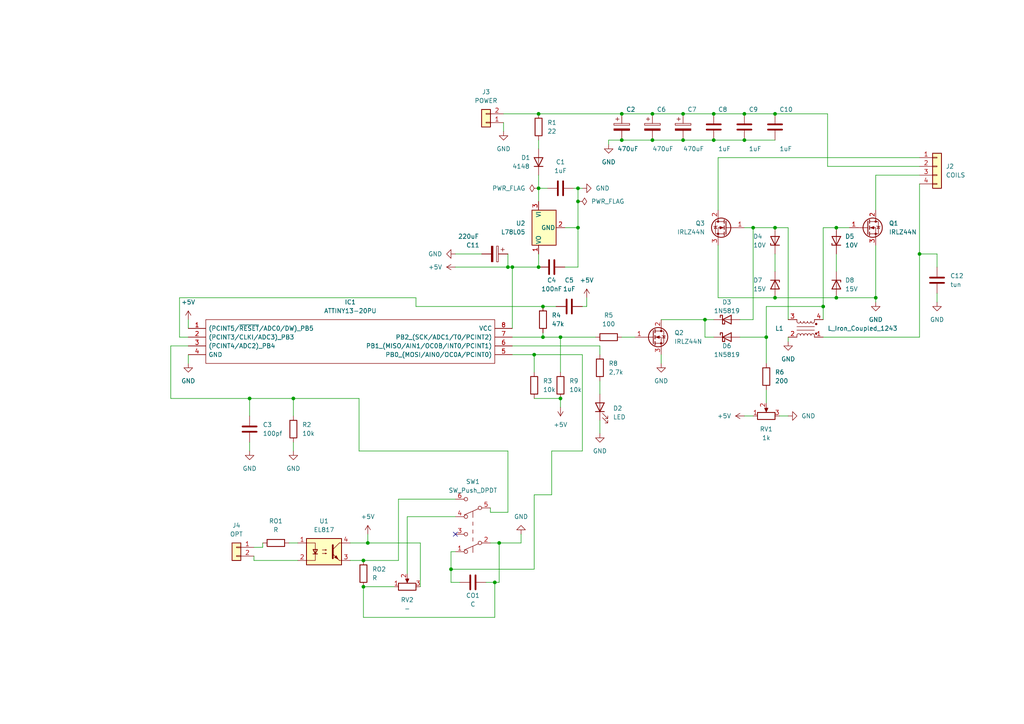
<source format=kicad_sch>
(kicad_sch (version 20211123) (generator eeschema)
  (paper "A4")
  (lib_symbols
    (symbol "ATTINY13-20PU:ATTINY13-20PU" (pin_names (offset 0.762))
      (property "Reference" "IC" (at 90.17 7.62 0))
      (property "Value" "ATTINY13-20PU" (at 90.17 5.08 0))
      (symbol "ATTINY13-20PU_0_0"
        (pin passive line (at 0 0 0) (length 5.08) (name "(PCINT5/~{RESET}/ADC0/DW)_PB5") (number "1"))
        (pin passive line (at 0 -2.54 0) (length 5.08) (name "(PCINT3/CLKI/ADC3)_PB3") (number "2"))
        (pin passive line (at 0 -5.08 0) (length 5.08) (name "(PCINT4/ADC2)_PB4") (number "3"))
        (pin passive line (at 0 -7.62 0) (length 5.08) (name "GND") (number "4"))
        (pin passive line (at 93.98 -7.62 180) (length 5.08) (name "PB0_(MOSI/AIN0/OC0A/PCINT0)") (number "5"))
        (pin passive line (at 93.98 -5.08 180) (length 5.08) (name "PB1_(MISO/AIN1/OC0B/INT0/PCINT1)") (number "6"))
        (pin passive line (at 93.98 -2.54 180) (length 5.08) (name "PB2_(SCK/ADC1/T0/PCINT2)") (number "7"))
        (pin passive line (at 93.98 0 180) (length 5.08) (name "VCC") (number "8"))
      )
      (symbol "ATTINY13-20PU_0_1"
        (polyline (pts (xy 5.08 2.54) (xy 88.9 2.54) (xy 88.9 -10.16) (xy 5.08 -10.16) (xy 5.08 2.54)) (stroke (width 0.1524)))
      )
    )
    (symbol "Connector_Generic:Conn_01x02" (pin_names (offset 1.016) hide)
      (property "Reference" "J" (at 0 2.54 0))
      (property "Value" "Conn_01x02" (at 0 -5.08 0))
      (symbol "Conn_01x02_1_1"
        (rectangle (start -1.27 -2.413) (end 0 -2.667) (stroke (width 0.1524)))
        (rectangle (start -1.27 0.127) (end 0 -0.127) (stroke (width 0.1524)))
        (rectangle (start -1.27 1.27) (end 1.27 -3.81) (stroke (width 0.254)) (fill (type background)))
        (pin passive line (at -5.08 0 0) (length 3.81) (name "Pin_1") (number "1"))
        (pin passive line (at -5.08 -2.54 0) (length 3.81) (name "Pin_2") (number "2"))
      )
    )
    (symbol "Connector_Generic:Conn_01x04" (pin_names (offset 1.016) hide)
      (property "Reference" "J" (at 0 5.08 0))
      (property "Value" "Conn_01x04" (at 0 -7.62 0))
      (symbol "Conn_01x04_1_1"
        (rectangle (start -1.27 -4.953) (end 0 -5.207) (stroke (width 0.1524)))
        (rectangle (start -1.27 -2.413) (end 0 -2.667) (stroke (width 0.1524)))
        (rectangle (start -1.27 0.127) (end 0 -0.127) (stroke (width 0.1524)))
        (rectangle (start -1.27 2.667) (end 0 2.413) (stroke (width 0.1524)))
        (rectangle (start -1.27 3.81) (end 1.27 -6.35) (stroke (width 0.254)) (fill (type background)))
        (pin passive line (at -5.08 2.54 0) (length 3.81) (name "Pin_1") (number "1"))
        (pin passive line (at -5.08 0 0) (length 3.81) (name "Pin_2") (number "2"))
        (pin passive line (at -5.08 -2.54 0) (length 3.81) (name "Pin_3") (number "3"))
        (pin passive line (at -5.08 -5.08 0) (length 3.81) (name "Pin_4") (number "4"))
      )
    )
    (symbol "Device:C" (pin_numbers hide) (pin_names (offset 0.254))
      (property "Reference" "C" (at 0.635 2.54 0))
      (property "Value" "C" (at 0.635 -2.54 0))
      (symbol "C_0_1"
        (polyline (pts (xy -2.032 -0.762) (xy 2.032 -0.762)) (stroke (width 0.508)))
        (polyline (pts (xy -2.032 0.762) (xy 2.032 0.762)) (stroke (width 0.508)))
      )
      (symbol "C_1_1"
        (pin passive line (at 0 3.81 270) (length 2.794) (name "~") (number "1"))
        (pin passive line (at 0 -3.81 90) (length 2.794) (name "~") (number "2"))
      )
    )
    (symbol "Device:C_Polarized" (pin_numbers hide) (pin_names (offset 0.254))
      (property "Reference" "C" (at 0.635 2.54 0))
      (property "Value" "C_Polarized" (at 0.635 -2.54 0))
      (symbol "C_Polarized_0_1"
        (rectangle (start -2.286 0.508) (end 2.286 1.016))
        (polyline (pts (xy -1.778 2.286) (xy -0.762 2.286)))
        (polyline (pts (xy -1.27 2.794) (xy -1.27 1.778)))
        (rectangle (start 2.286 -0.508) (end -2.286 -1.016) (fill (type outline)))
      )
      (symbol "C_Polarized_1_1"
        (pin passive line (at 0 3.81 270) (length 2.794) (name "~") (number "1"))
        (pin passive line (at 0 -3.81 90) (length 2.794) (name "~") (number "2"))
      )
    )
    (symbol "Device:D" (pin_numbers hide) (pin_names (offset 1.016) hide)
      (property "Reference" "D" (at 0 2.54 0))
      (property "Value" "D" (at 0 -2.54 0))
      (symbol "D_0_1"
        (polyline (pts (xy -1.27 1.27) (xy -1.27 -1.27)) (stroke (width 0.254)))
        (polyline (pts (xy 1.27 0) (xy -1.27 0)))
        (polyline (pts (xy 1.27 1.27) (xy 1.27 -1.27) (xy -1.27 0) (xy 1.27 1.27)) (stroke (width 0.254)))
      )
      (symbol "D_1_1"
        (pin passive line (at -3.81 0 0) (length 2.54) (name "K") (number "1"))
        (pin passive line (at 3.81 0 180) (length 2.54) (name "A") (number "2"))
      )
    )
    (symbol "Device:D_Schottky" (pin_numbers hide) (pin_names (offset 1.016) hide)
      (property "Reference" "D" (at 0 2.54 0))
      (property "Value" "D_Schottky" (at 0 -2.54 0))
      (symbol "D_Schottky_0_1"
        (polyline (pts (xy 1.27 0) (xy -1.27 0)))
        (polyline (pts (xy 1.27 1.27) (xy 1.27 -1.27) (xy -1.27 0) (xy 1.27 1.27)) (stroke (width 0.254)))
        (polyline (pts (xy -1.905 0.635) (xy -1.905 1.27) (xy -1.27 1.27) (xy -1.27 -1.27) (xy -0.635 -1.27) (xy -0.635 -0.635)) (stroke (width 0.254)))
      )
      (symbol "D_Schottky_1_1"
        (pin passive line (at -3.81 0 0) (length 2.54) (name "K") (number "1"))
        (pin passive line (at 3.81 0 180) (length 2.54) (name "A") (number "2"))
      )
    )
    (symbol "Device:D_Zener" (pin_numbers hide) (pin_names (offset 1.016) hide)
      (property "Reference" "D" (at 0 2.54 0))
      (property "Value" "D_Zener" (at 0 -2.54 0))
      (symbol "D_Zener_0_1"
        (polyline (pts (xy 1.27 0) (xy -1.27 0)))
        (polyline (pts (xy -1.27 -1.27) (xy -1.27 1.27) (xy -0.762 1.27)) (stroke (width 0.254)))
        (polyline (pts (xy 1.27 -1.27) (xy 1.27 1.27) (xy -1.27 0) (xy 1.27 -1.27)) (stroke (width 0.254)))
      )
      (symbol "D_Zener_1_1"
        (pin passive line (at -3.81 0 0) (length 2.54) (name "K") (number "1"))
        (pin passive line (at 3.81 0 180) (length 2.54) (name "A") (number "2"))
      )
    )
    (symbol "Device:LED" (pin_numbers hide) (pin_names (offset 1.016) hide)
      (property "Reference" "D" (at 0 2.54 0))
      (property "Value" "LED" (at 0 -2.54 0))
      (symbol "LED_0_1"
        (polyline (pts (xy -1.27 -1.27) (xy -1.27 1.27)) (stroke (width 0.254)))
        (polyline (pts (xy -1.27 0) (xy 1.27 0)))
        (polyline (pts (xy 1.27 -1.27) (xy 1.27 1.27) (xy -1.27 0) (xy 1.27 -1.27)) (stroke (width 0.254)))
        (polyline (pts (xy -3.048 -0.762) (xy -4.572 -2.286) (xy -3.81 -2.286) (xy -4.572 -2.286) (xy -4.572 -1.524)))
        (polyline (pts (xy -1.778 -0.762) (xy -3.302 -2.286) (xy -2.54 -2.286) (xy -3.302 -2.286) (xy -3.302 -1.524)))
      )
      (symbol "LED_1_1"
        (pin passive line (at -3.81 0 0) (length 2.54) (name "K") (number "1"))
        (pin passive line (at 3.81 0 180) (length 2.54) (name "A") (number "2"))
      )
    )
    (symbol "Device:L_Iron_Coupled_1243" (pin_names (offset 0.254) hide)
      (property "Reference" "L" (at 0 4.445 0))
      (property "Value" "L_Iron_Coupled_1243" (at 0 -4.445 0))
      (symbol "L_Iron_Coupled_1243_0_1"
        (circle (center -3.048 -1.27) (radius 0.254) (fill (type outline)))
        (circle (center -3.048 1.524) (radius 0.254) (fill (type outline)))
        (arc (start -2.54 2.032) (mid -2.032 1.524) (end -1.524 2.032))
        (arc (start -1.524 -2.032) (mid -2.032 -1.524) (end -2.54 -2.032))
        (arc (start -1.524 2.032) (mid -1.016 1.524) (end -0.508 2.032))
        (arc (start -0.508 -2.032) (mid -1.016 -1.524) (end -1.524 -2.032))
        (arc (start -0.508 2.032) (mid 0 1.524) (end 0.508 2.032))
        (polyline (pts (xy -2.54 -2.032) (xy -2.54 -2.54)))
        (polyline (pts (xy -2.54 0.508) (xy 2.54 0.508)))
        (polyline (pts (xy -2.54 2.032) (xy -2.54 2.54)))
        (polyline (pts (xy 2.54 -2.032) (xy 2.54 -2.54)))
        (polyline (pts (xy 2.54 -0.508) (xy -2.54 -0.508)))
        (polyline (pts (xy 2.54 2.54) (xy 2.54 2.032)))
        (arc (start 0.508 -2.032) (mid 0 -1.524) (end -0.508 -2.032))
        (arc (start 0.508 2.032) (mid 1.016 1.524) (end 1.524 2.032))
        (arc (start 1.524 -2.032) (mid 1.016 -1.524) (end 0.508 -2.032))
        (arc (start 1.524 2.032) (mid 2.032 1.524) (end 2.54 2.032))
        (arc (start 2.54 -2.032) (mid 2.032 -1.524) (end 1.524 -2.032))
      )
      (symbol "L_Iron_Coupled_1243_1_1"
        (pin passive line (at -5.08 2.54 0) (length 2.54) (name "1") (number "1"))
        (pin passive line (at 5.08 2.54 180) (length 2.54) (name "2") (number "2"))
        (pin passive line (at 5.08 -2.54 180) (length 2.54) (name "3") (number "3"))
        (pin passive line (at -5.08 -2.54 0) (length 2.54) (name "4") (number "4"))
      )
    )
    (symbol "Device:R" (pin_numbers hide) (pin_names (offset 0))
      (property "Reference" "R" (at 2.032 0 90))
      (property "Value" "R" (at 0 0 90))
      (symbol "R_0_1"
        (rectangle (start -1.016 -2.54) (end 1.016 2.54) (stroke (width 0.254)))
      )
      (symbol "R_1_1"
        (pin passive line (at 0 3.81 270) (length 1.27) (name "~") (number "1"))
        (pin passive line (at 0 -3.81 90) (length 1.27) (name "~") (number "2"))
      )
    )
    (symbol "Device:R_Potentiometer" (pin_names (offset 1.016) hide)
      (property "Reference" "RV" (at -4.445 0 90))
      (property "Value" "R_Potentiometer" (at -2.54 0 90))
      (symbol "R_Potentiometer_0_1"
        (polyline (pts (xy 2.54 0) (xy 1.524 0)))
        (polyline (pts (xy 1.143 0) (xy 2.286 0.508) (xy 2.286 -0.508) (xy 1.143 0)) (fill (type outline)))
        (rectangle (start 1.016 2.54) (end -1.016 -2.54) (stroke (width 0.254)))
      )
      (symbol "R_Potentiometer_1_1"
        (pin passive line (at 0 3.81 270) (length 1.27) (name "1") (number "1"))
        (pin passive line (at 3.81 0 180) (length 1.27) (name "2") (number "2"))
        (pin passive line (at 0 -3.81 90) (length 1.27) (name "3") (number "3"))
      )
    )
    (symbol "Isolator:EL817" (pin_names (offset 1.016))
      (property "Reference" "U" (at -5.08 5.08 0))
      (property "Value" "EL817" (at 0 5.08 0))
      (symbol "EL817_0_1"
        (rectangle (start -5.08 3.81) (end 5.08 -3.81) (stroke (width 0.254)) (fill (type background)))
        (polyline (pts (xy -3.175 -0.635) (xy -1.905 -0.635)) (stroke (width 0.254)))
        (polyline (pts (xy 2.54 0.635) (xy 4.445 2.54)))
        (polyline (pts (xy 4.445 -2.54) (xy 2.54 -0.635)) (fill (type outline)))
        (polyline (pts (xy 4.445 -2.54) (xy 5.08 -2.54)))
        (polyline (pts (xy 4.445 2.54) (xy 5.08 2.54)))
        (polyline (pts (xy -5.08 2.54) (xy -2.54 2.54) (xy -2.54 -0.635)))
        (polyline (pts (xy -2.54 -0.635) (xy -2.54 -2.54) (xy -5.08 -2.54)))
        (polyline (pts (xy 2.54 1.905) (xy 2.54 -1.905) (xy 2.54 -1.905)) (stroke (width 0.508)))
        (polyline (pts (xy -2.54 -0.635) (xy -3.175 0.635) (xy -1.905 0.635) (xy -2.54 -0.635)) (stroke (width 0.254)))
        (polyline (pts (xy -0.508 -0.508) (xy 0.762 -0.508) (xy 0.381 -0.635) (xy 0.381 -0.381) (xy 0.762 -0.508)))
        (polyline (pts (xy -0.508 0.508) (xy 0.762 0.508) (xy 0.381 0.381) (xy 0.381 0.635) (xy 0.762 0.508)))
        (polyline (pts (xy 3.048 -1.651) (xy 3.556 -1.143) (xy 4.064 -2.159) (xy 3.048 -1.651) (xy 3.048 -1.651)) (fill (type outline)))
      )
      (symbol "EL817_1_1"
        (pin passive line (at -7.62 2.54 0) (length 2.54) (name "~") (number "1"))
        (pin passive line (at -7.62 -2.54 0) (length 2.54) (name "~") (number "2"))
        (pin passive line (at 7.62 -2.54 180) (length 2.54) (name "~") (number "3"))
        (pin passive line (at 7.62 2.54 180) (length 2.54) (name "~") (number "4"))
      )
    )
    (symbol "Regulator_Linear:L78L05_TO92" (pin_names (offset 0.254))
      (property "Reference" "U" (at -3.81 3.175 0))
      (property "Value" "L78L05_TO92" (at 0 3.175 0))
      (symbol "L78L05_TO92_0_1"
        (rectangle (start -5.08 -5.08) (end 5.08 1.905) (stroke (width 0.254)) (fill (type background)))
      )
      (symbol "L78L05_TO92_1_1"
        (pin power_out line (at 7.62 0 180) (length 2.54) (name "VO") (number "1"))
        (pin power_in line (at 0 -7.62 90) (length 2.54) (name "GND") (number "2"))
        (pin power_in line (at -7.62 0 0) (length 2.54) (name "VI") (number "3"))
      )
    )
    (symbol "Switch:SW_Push_DPDT" (pin_names (offset 0) hide)
      (property "Reference" "SW" (at 0 8.89 0))
      (property "Value" "SW_Push_DPDT" (at 0 -10.16 0))
      (symbol "SW_Push_DPDT_0_0"
        (circle (center -2.032 -5.08) (radius 0.508))
        (circle (center -2.032 5.08) (radius 0.508))
        (circle (center 2.032 -7.62) (radius 0.508))
        (circle (center 2.032 2.54) (radius 0.508))
      )
      (symbol "SW_Push_DPDT_0_1"
        (polyline (pts (xy -1.524 -4.826) (xy 2.54 -3.048)))
        (polyline (pts (xy -1.524 5.334) (xy 2.54 7.112)))
        (polyline (pts (xy 0 -2.286) (xy 0 -4.064)))
        (polyline (pts (xy 0 -1.016) (xy 0 0)))
        (polyline (pts (xy 0 1.27) (xy 0 2.286)))
        (polyline (pts (xy 0 3.556) (xy 0 4.572)))
        (polyline (pts (xy 0 7.874) (xy 0 6.096)))
        (circle (center 2.032 -2.54) (radius 0.508))
        (circle (center 2.032 7.62) (radius 0.508))
      )
      (symbol "SW_Push_DPDT_1_1"
        (pin passive line (at 5.08 7.62 180) (length 2.54) (name "A") (number "1"))
        (pin passive line (at -5.08 5.08 0) (length 2.54) (name "B") (number "2"))
        (pin passive line (at 5.08 2.54 180) (length 2.54) (name "C") (number "3"))
        (pin passive line (at 5.08 -2.54 180) (length 2.54) (name "A") (number "4"))
        (pin passive line (at -5.08 -5.08 0) (length 2.54) (name "B") (number "5"))
        (pin passive line (at 5.08 -7.62 180) (length 2.54) (name "C") (number "6"))
      )
    )
    (symbol "Transistor_FET:IRLZ44N" (pin_names hide)
      (property "Reference" "Q" (at 6.35 1.905 0))
      (property "Value" "IRLZ44N" (at 6.35 0 0))
      (symbol "IRLZ44N_0_1"
        (polyline (pts (xy 0.254 0) (xy -2.54 0)))
        (polyline (pts (xy 0.254 1.905) (xy 0.254 -1.905)) (stroke (width 0.254)))
        (polyline (pts (xy 0.762 -1.27) (xy 0.762 -2.286)) (stroke (width 0.254)))
        (polyline (pts (xy 0.762 0.508) (xy 0.762 -0.508)) (stroke (width 0.254)))
        (polyline (pts (xy 0.762 2.286) (xy 0.762 1.27)) (stroke (width 0.254)))
        (polyline (pts (xy 2.54 2.54) (xy 2.54 1.778)))
        (polyline (pts (xy 2.54 -2.54) (xy 2.54 0) (xy 0.762 0)))
        (polyline (pts (xy 0.762 -1.778) (xy 3.302 -1.778) (xy 3.302 1.778) (xy 0.762 1.778)))
        (polyline (pts (xy 1.016 0) (xy 2.032 0.381) (xy 2.032 -0.381) (xy 1.016 0)) (fill (type outline)))
        (polyline (pts (xy 2.794 0.508) (xy 2.921 0.381) (xy 3.683 0.381) (xy 3.81 0.254)))
        (polyline (pts (xy 3.302 0.381) (xy 2.921 -0.254) (xy 3.683 -0.254) (xy 3.302 0.381)))
        (circle (center 1.651 0) (radius 2.794) (stroke (width 0.254)))
        (circle (center 2.54 -1.778) (radius 0.254) (fill (type outline)))
        (circle (center 2.54 1.778) (radius 0.254) (fill (type outline)))
      )
      (symbol "IRLZ44N_1_1"
        (pin input line (at -5.08 0 0) (length 2.54) (name "G") (number "1"))
        (pin passive line (at 2.54 5.08 270) (length 2.54) (name "D") (number "2"))
        (pin passive line (at 2.54 -5.08 90) (length 2.54) (name "S") (number "3"))
      )
    )
    (symbol "power:+5V" (power) (pin_names (offset 0))
      (property "Value" "+5V" (at 0 3.556 0))
      (symbol "+5V_0_1"
        (polyline (pts (xy -0.762 1.27) (xy 0 2.54)))
        (polyline (pts (xy 0 0) (xy 0 2.54)))
        (polyline (pts (xy 0 2.54) (xy 0.762 1.27)))
      )
      (symbol "+5V_1_1"
        (pin power_in line (at 0 0 90) (length 0) hide (name "+5V") (number "1"))
      )
    )
    (symbol "power:GND" (power) (pin_names (offset 0))
      (property "Value" "GND" (at 0 -3.81 0))
      (symbol "GND_0_1"
        (polyline (pts (xy 0 0) (xy 0 -1.27) (xy 1.27 -1.27) (xy 0 -2.54) (xy -1.27 -1.27) (xy 0 -1.27)))
      )
      (symbol "GND_1_1"
        (pin power_in line (at 0 0 270) (length 0) hide (name "GND") (number "1"))
      )
    )
    (symbol "power:PWR_FLAG" (power) (pin_numbers hide) (pin_names (offset 0) hide)
      (property "Value" "PWR_FLAG" (at 0 3.81 0))
      (symbol "PWR_FLAG_0_0"
        (pin power_out line (at 0 0 90) (length 0) (name "pwr") (number "1"))
      )
      (symbol "PWR_FLAG_0_1"
        (polyline (pts (xy 0 0) (xy 0 1.27) (xy -1.016 1.905) (xy 0 2.54) (xy 1.016 1.905) (xy 0 1.27)))
      )
    )
  )
  (junction (at 242.57 66.04))
  (junction (at 207.01 40.64))
  (junction (at 148.59 77.47))
  (junction (at 167.64 54.61))
  (junction (at 189.23 40.64))
  (junction (at 156.21 33.02))
  (junction (at 162.56 115.57))
  (junction (at 198.12 33.02))
  (junction (at 130.81 165.1))
  (junction (at 85.09 115.57))
  (junction (at 143.51 168.91))
  (junction (at 242.57 86.36))
  (junction (at 207.01 33.02))
  (junction (at 105.41 162.56))
  (junction (at 156.21 77.47))
  (junction (at 144.78 157.48))
  (junction (at 189.23 33.02))
  (junction (at 215.9 40.64))
  (junction (at 266.7 73.66))
  (junction (at 156.21 54.61))
  (junction (at 180.34 33.02))
  (junction (at 238.76 88.9))
  (junction (at 224.79 86.36))
  (junction (at 154.94 102.87))
  (junction (at 204.47 92.71))
  (junction (at 106.68 157.48))
  (junction (at 167.64 66.04))
  (junction (at 162.56 97.79))
  (junction (at 157.48 97.79))
  (junction (at 72.39 115.57))
  (junction (at 215.9 33.02))
  (junction (at 147.32 77.47))
  (junction (at 254 86.36))
  (junction (at 222.25 97.79))
  (junction (at 180.34 40.64))
  (junction (at 167.64 58.42))
  (junction (at 218.44 66.04))
  (junction (at 198.12 40.64))
  (junction (at 224.79 66.04))
  (junction (at 105.41 170.18))
  (junction (at 224.79 33.02))
  (junction (at 157.48 88.9))
  (no_connect (at 132.08 154.94))
  (wire (pts (xy 73.66 162.56) (xy 73.66 161.29)))
  (wire (pts (xy 167.64 58.42) (xy 167.64 66.04)))
  (wire (pts (xy 208.28 45.72) (xy 266.7 45.72)))
  (wire (pts (xy 52.07 86.36) (xy 120.65 86.36)))
  (wire (pts (xy 254 86.36) (xy 254 71.12)))
  (wire (pts (xy 140.97 168.91) (xy 143.51 168.91)))
  (wire (pts (xy 228.6 97.79) (xy 228.6 99.06)))
  (wire (pts (xy 85.09 115.57) (xy 72.39 115.57)))
  (wire (pts (xy 215.9 40.64) (xy 224.79 40.64)))
  (wire (pts (xy 142.24 148.59) (xy 147.32 148.59)))
  (wire (pts (xy 207.01 92.71) (xy 204.47 92.71)))
  (wire (pts (xy 132.08 77.47) (xy 147.32 77.47)))
  (wire (pts (xy 167.64 54.61) (xy 168.91 54.61)))
  (wire (pts (xy 54.61 92.71) (xy 54.61 95.25)))
  (wire (pts (xy 168.91 88.9) (xy 170.18 88.9)))
  (wire (pts (xy 189.23 40.64) (xy 198.12 40.64)))
  (wire (pts (xy 120.65 88.9) (xy 157.48 88.9)))
  (wire (pts (xy 240.03 48.26) (xy 240.03 33.02)))
  (wire (pts (xy 238.76 66.04) (xy 242.57 66.04)))
  (wire (pts (xy 160.02 143.51) (xy 160.02 130.81)))
  (wire (pts (xy 198.12 40.64) (xy 207.01 40.64)))
  (wire (pts (xy 240.03 33.02) (xy 224.79 33.02)))
  (wire (pts (xy 146.05 35.56) (xy 146.05 38.1)))
  (wire (pts (xy 215.9 66.04) (xy 218.44 66.04)))
  (wire (pts (xy 148.59 97.79) (xy 157.48 97.79)))
  (wire (pts (xy 162.56 97.79) (xy 162.56 107.95)))
  (wire (pts (xy 271.78 77.47) (xy 271.78 73.66)))
  (wire (pts (xy 215.9 33.02) (xy 224.79 33.02)))
  (wire (pts (xy 228.6 92.71) (xy 228.6 66.04)))
  (wire (pts (xy 148.59 77.47) (xy 148.59 95.25)))
  (wire (pts (xy 106.68 154.94) (xy 106.68 157.48)))
  (wire (pts (xy 147.32 130.81) (xy 104.14 130.81)))
  (wire (pts (xy 238.76 88.9) (xy 238.76 66.04)))
  (wire (pts (xy 180.34 97.79) (xy 184.15 97.79)))
  (wire (pts (xy 130.81 165.1) (xy 154.94 165.1)))
  (wire (pts (xy 147.32 148.59) (xy 147.32 130.81)))
  (wire (pts (xy 266.7 48.26) (xy 240.03 48.26)))
  (wire (pts (xy 163.83 77.47) (xy 167.64 77.47)))
  (wire (pts (xy 156.21 50.8) (xy 156.21 54.61)))
  (wire (pts (xy 148.59 77.47) (xy 147.32 77.47)))
  (wire (pts (xy 207.01 33.02) (xy 215.9 33.02)))
  (wire (pts (xy 144.78 168.91) (xy 144.78 157.48)))
  (wire (pts (xy 154.94 107.95) (xy 154.94 102.87)))
  (wire (pts (xy 146.05 33.02) (xy 156.21 33.02)))
  (wire (pts (xy 105.41 162.56) (xy 115.57 162.56)))
  (wire (pts (xy 266.7 50.8) (xy 254 50.8)))
  (wire (pts (xy 115.57 144.78) (xy 115.57 162.56)))
  (wire (pts (xy 85.09 120.65) (xy 85.09 115.57)))
  (wire (pts (xy 242.57 86.36) (xy 254 86.36)))
  (wire (pts (xy 118.11 149.86) (xy 132.08 149.86)))
  (wire (pts (xy 130.81 160.02) (xy 132.08 160.02)))
  (wire (pts (xy 101.6 157.48) (xy 106.68 157.48)))
  (wire (pts (xy 266.7 73.66) (xy 266.7 53.34)))
  (wire (pts (xy 271.78 73.66) (xy 266.7 73.66)))
  (wire (pts (xy 104.14 115.57) (xy 104.14 130.81)))
  (wire (pts (xy 222.25 113.03) (xy 222.25 116.84)))
  (wire (pts (xy 162.56 97.79) (xy 172.72 97.79)))
  (wire (pts (xy 224.79 73.66) (xy 224.79 78.74)))
  (wire (pts (xy 105.41 170.18) (xy 114.3 170.18)))
  (wire (pts (xy 85.09 115.57) (xy 104.14 115.57)))
  (wire (pts (xy 218.44 92.71) (xy 218.44 66.04)))
  (wire (pts (xy 156.21 54.61) (xy 156.21 58.42)))
  (wire (pts (xy 222.25 97.79) (xy 222.25 105.41)))
  (wire (pts (xy 224.79 66.04) (xy 228.6 66.04)))
  (wire (pts (xy 151.13 154.94) (xy 151.13 157.48)))
  (wire (pts (xy 156.21 77.47) (xy 148.59 77.47)))
  (wire (pts (xy 154.94 165.1) (xy 154.94 143.51)))
  (wire (pts (xy 72.39 120.65) (xy 72.39 115.57)))
  (wire (pts (xy 154.94 143.51) (xy 160.02 143.51)))
  (wire (pts (xy 222.25 88.9) (xy 238.76 88.9)))
  (wire (pts (xy 189.23 33.02) (xy 198.12 33.02)))
  (wire (pts (xy 215.9 120.65) (xy 218.44 120.65)))
  (wire (pts (xy 132.08 73.66) (xy 139.7 73.66)))
  (wire (pts (xy 168.91 102.87) (xy 168.91 130.81)))
  (wire (pts (xy 224.79 86.36) (xy 242.57 86.36)))
  (wire (pts (xy 176.53 41.91) (xy 176.53 40.64)))
  (wire (pts (xy 173.99 110.49) (xy 173.99 114.3)))
  (wire (pts (xy 105.41 179.07) (xy 143.51 179.07)))
  (wire (pts (xy 83.82 157.48) (xy 86.36 157.48)))
  (wire (pts (xy 167.64 66.04) (xy 167.64 77.47)))
  (wire (pts (xy 52.07 97.79) (xy 52.07 86.36)))
  (wire (pts (xy 166.37 54.61) (xy 167.64 54.61)))
  (wire (pts (xy 154.94 115.57) (xy 162.56 115.57)))
  (wire (pts (xy 204.47 97.79) (xy 207.01 97.79)))
  (wire (pts (xy 180.34 33.02) (xy 189.23 33.02)))
  (wire (pts (xy 144.78 157.48) (xy 142.24 157.48)))
  (wire (pts (xy 105.41 162.56) (xy 101.6 162.56)))
  (wire (pts (xy 85.09 128.27) (xy 85.09 130.81)))
  (wire (pts (xy 191.77 92.71) (xy 204.47 92.71)))
  (wire (pts (xy 242.57 73.66) (xy 242.57 78.74)))
  (wire (pts (xy 157.48 97.79) (xy 162.56 97.79)))
  (wire (pts (xy 254 86.36) (xy 254 87.63)))
  (wire (pts (xy 173.99 121.92) (xy 173.99 125.73)))
  (wire (pts (xy 208.28 60.96) (xy 208.28 45.72)))
  (wire (pts (xy 147.32 77.47) (xy 147.32 73.66)))
  (wire (pts (xy 118.11 166.37) (xy 118.11 149.86)))
  (wire (pts (xy 49.53 100.33) (xy 54.61 100.33)))
  (wire (pts (xy 121.92 170.18) (xy 121.92 157.48)))
  (wire (pts (xy 176.53 40.64) (xy 180.34 40.64)))
  (wire (pts (xy 105.41 170.18) (xy 105.41 179.07)))
  (wire (pts (xy 208.28 71.12) (xy 208.28 86.36)))
  (wire (pts (xy 143.51 168.91) (xy 144.78 168.91)))
  (wire (pts (xy 238.76 92.71) (xy 238.76 88.9)))
  (wire (pts (xy 130.81 165.1) (xy 130.81 160.02)))
  (wire (pts (xy 271.78 85.09) (xy 271.78 87.63)))
  (wire (pts (xy 142.24 147.32) (xy 142.24 148.59)))
  (wire (pts (xy 214.63 97.79) (xy 222.25 97.79)))
  (wire (pts (xy 167.64 54.61) (xy 167.64 58.42)))
  (wire (pts (xy 156.21 73.66) (xy 156.21 77.47)))
  (wire (pts (xy 214.63 92.71) (xy 218.44 92.71)))
  (wire (pts (xy 76.2 158.75) (xy 76.2 157.48)))
  (wire (pts (xy 133.35 168.91) (xy 130.81 168.91)))
  (wire (pts (xy 162.56 115.57) (xy 162.56 118.11)))
  (wire (pts (xy 168.91 102.87) (xy 154.94 102.87)))
  (wire (pts (xy 160.02 130.81) (xy 168.91 130.81)))
  (wire (pts (xy 208.28 86.36) (xy 224.79 86.36)))
  (wire (pts (xy 222.25 97.79) (xy 222.25 88.9)))
  (wire (pts (xy 106.68 157.48) (xy 121.92 157.48)))
  (wire (pts (xy 143.51 179.07) (xy 143.51 168.91)))
  (wire (pts (xy 156.21 40.64) (xy 156.21 43.18)))
  (wire (pts (xy 144.78 157.48) (xy 151.13 157.48)))
  (wire (pts (xy 218.44 66.04) (xy 224.79 66.04)))
  (wire (pts (xy 242.57 66.04) (xy 246.38 66.04)))
  (wire (pts (xy 198.12 33.02) (xy 207.01 33.02)))
  (wire (pts (xy 180.34 40.64) (xy 189.23 40.64)))
  (wire (pts (xy 204.47 92.71) (xy 204.47 97.79)))
  (wire (pts (xy 120.65 86.36) (xy 120.65 88.9)))
  (wire (pts (xy 148.59 100.33) (xy 173.99 100.33)))
  (wire (pts (xy 254 50.8) (xy 254 60.96)))
  (wire (pts (xy 49.53 115.57) (xy 49.53 100.33)))
  (wire (pts (xy 173.99 100.33) (xy 173.99 102.87)))
  (wire (pts (xy 238.76 97.79) (xy 266.7 97.79)))
  (wire (pts (xy 191.77 102.87) (xy 191.77 105.41)))
  (wire (pts (xy 226.06 120.65) (xy 228.6 120.65)))
  (wire (pts (xy 170.18 88.9) (xy 170.18 86.36)))
  (wire (pts (xy 115.57 144.78) (xy 132.08 144.78)))
  (wire (pts (xy 154.94 102.87) (xy 148.59 102.87)))
  (wire (pts (xy 207.01 40.64) (xy 215.9 40.64)))
  (wire (pts (xy 73.66 158.75) (xy 76.2 158.75)))
  (wire (pts (xy 72.39 128.27) (xy 72.39 130.81)))
  (wire (pts (xy 86.36 162.56) (xy 73.66 162.56)))
  (wire (pts (xy 156.21 54.61) (xy 158.75 54.61)))
  (wire (pts (xy 163.83 66.04) (xy 167.64 66.04)))
  (wire (pts (xy 157.48 96.52) (xy 157.48 97.79)))
  (wire (pts (xy 130.81 168.91) (xy 130.81 165.1)))
  (wire (pts (xy 54.61 102.87) (xy 54.61 105.41)))
  (wire (pts (xy 266.7 97.79) (xy 266.7 73.66)))
  (wire (pts (xy 72.39 115.57) (xy 49.53 115.57)))
  (wire (pts (xy 156.21 33.02) (xy 180.34 33.02)))
  (wire (pts (xy 157.48 88.9) (xy 161.29 88.9)))
  (wire (pts (xy 54.61 97.79) (xy 52.07 97.79)))
  (symbol (lib_id "power:GND") (at 254 87.63 0) (unit 1)
    (property "Reference" "#PWR0104" (effects hide))
    (property "Value" "GND" (at 254 92.71 0))
  )
  (symbol (lib_id "Device:C") (at 162.56 54.61 90) (unit 1)
    (property "Reference" "C1" (at 162.56 46.99 90))
    (property "Value" "1uF" (at 162.56 49.53 90))
    (property "Footprint" "Capacitor_THT:CP_Radial_Tantal_D5.0mm_P2.50mm" (effects hide))
  )
  (symbol (lib_id "Device:R") (at 222.25 109.22 0) (unit 1)
    (property "Reference" "R6" (at 224.79 107.9499 0) (effects (justify left)))
    (property "Value" "200" (at 224.79 110.4899 0) (effects (justify left)))
    (property "Footprint" "Resistor_THT:R_Axial_DIN0411_L9.9mm_D3.6mm_P7.62mm_Vertical" (effects hide))
  )
  (symbol (lib_id "Connector_Generic:Conn_01x02") (at 68.58 158.75 0) (mirror y) (unit 1)
    (property "Reference" "J4" (at 68.58 152.4 0))
    (property "Value" "OPT" (at 68.58 154.94 0))
    (property "Footprint" "Connector_PinSocket_2.54mm:PinSocket_1x02_P2.54mm_Vertical" (effects hide))
  )
  (symbol (lib_id "Device:R") (at 176.53 97.79 90) (unit 1)
    (property "Reference" "R5" (at 176.53 91.44 90))
    (property "Value" "100" (at 176.53 93.98 90))
    (property "Footprint" "Resistor_THT:R_Axial_DIN0411_L9.9mm_D3.6mm_P7.62mm_Vertical" (effects hide))
  )
  (symbol (lib_id "Device:D_Zener") (at 242.57 82.55 270) (unit 1)
    (property "Reference" "D8" (at 245.11 81.2799 90) (effects (justify left)))
    (property "Value" "15V" (at 245.11 83.8199 90) (effects (justify left)))
    (property "Footprint" "Diode_THT:D_5KPW_P12.70mm_Horizontal" (effects hide))
  )
  (symbol (lib_id "Device:R_Potentiometer") (at 118.11 170.18 90) (unit 1)
    (property "Reference" "RV2" (at 118.11 173.99 90))
    (property "Value" "-" (at 118.11 176.53 90))
    (property "Footprint" "Potentiometer_THT:Potentiometer_Bourns_3005_Horizontal" (effects hide))
  )
  (symbol (lib_id "power:GND") (at 146.05 38.1 0) (unit 1)
    (property "Reference" "#PWR0103" (effects hide))
    (property "Value" "GND" (at 146.05 43.18 0))
  )
  (symbol (lib_id "Transistor_FET:IRLZ44N") (at 251.46 66.04 0) (unit 1)
    (property "Reference" "Q1" (at 257.81 64.7699 0) (effects (justify left)))
    (property "Value" "IRLZ44N" (at 257.81 67.3099 0) (effects (justify left)))
    (property "Footprint" "Package_TO_SOT_THT:TO-220-3_Vertical" (effects hide))
    (property "Datasheet" "http://www.irf.com/product-info/datasheets/data/irlz44n.pdf" (effects hide))
  )
  (symbol (lib_id "Device:C") (at 72.39 124.46 0) (unit 1)
    (property "Reference" "C3" (at 76.2 123.1899 0) (effects (justify left)))
    (property "Value" "100pf" (at 76.2 125.7299 0) (effects (justify left)))
    (property "Footprint" "Capacitor_THT:CP_Radial_Tantal_D5.0mm_P2.50mm" (effects hide))
  )
  (symbol (lib_id "power:PWR_FLAG") (at 167.64 58.42 270) (unit 1)
    (property "Reference" "#FLG0103" (effects hide))
    (property "Value" "PWR_FLAG" (at 171.45 58.4199 90) (effects (justify left)))
  )
  (symbol (lib_id "Device:R") (at 157.48 92.71 0) (unit 1)
    (property "Reference" "R4" (at 160.02 91.4399 0) (effects (justify left)))
    (property "Value" "47k" (at 160.02 93.9799 0) (effects (justify left)))
    (property "Footprint" "Resistor_THT:R_Axial_DIN0411_L9.9mm_D3.6mm_P7.62mm_Vertical" (effects hide))
  )
  (symbol (lib_id "Device:R") (at 173.99 106.68 0) (unit 1)
    (property "Reference" "R8" (at 176.53 105.4099 0) (effects (justify left)))
    (property "Value" "2,7k" (at 176.53 107.9499 0) (effects (justify left)))
    (property "Footprint" "Resistor_THT:R_Axial_DIN0411_L9.9mm_D3.6mm_P7.62mm_Vertical" (effects hide))
  )
  (symbol (lib_id "power:PWR_FLAG") (at 156.21 54.61 90) (unit 1)
    (property "Reference" "#FLG0101" (effects hide))
    (property "Value" "PWR_FLAG" (at 152.4 54.6099 90) (effects (justify left)))
  )
  (symbol (lib_id "Device:R") (at 162.56 111.76 0) (unit 1)
    (property "Reference" "R9" (at 165.1 110.4899 0) (effects (justify left)))
    (property "Value" "10k" (at 165.1 113.0299 0) (effects (justify left)))
    (property "Footprint" "Resistor_THT:R_Axial_DIN0411_L9.9mm_D3.6mm_P7.62mm_Vertical" (effects hide))
  )
  (symbol (lib_id "Device:D_Schottky") (at 210.82 97.79 0) (unit 1)
    (property "Reference" "D6" (at 210.82 100.33 0))
    (property "Value" "1N5819" (at 210.82 102.87 0))
    (property "Footprint" "Diode_THT:D_5KP_P10.16mm_Horizontal" (effects hide))
  )
  (symbol (lib_id "Device:C_Polarized") (at 143.51 73.66 270) (unit 1)
    (property "Reference" "C11" (at 137.16 71.12 90))
    (property "Value" "220uF" (at 135.89 68.58 90))
    (property "Footprint" "Capacitor_THT:CP_Radial_Tantal_D5.0mm_P2.50mm" (effects hide))
  )
  (symbol (lib_id "power:GND") (at 54.61 105.41 0) (unit 1)
    (property "Reference" "#PWR0115" (effects hide))
    (property "Value" "GND" (at 54.61 110.49 0))
  )
  (symbol (lib_id "Device:C") (at 207.01 36.83 0) (unit 1)
    (property "Reference" "C8" (at 208.28 31.75 0) (effects (justify left)))
    (property "Value" "1uF" (at 208.28 43.18 0) (effects (justify left)))
    (property "Footprint" "Capacitor_THT:CP_Radial_Tantal_D5.0mm_P2.50mm" (effects hide))
  )
  (symbol (lib_id "Regulator_Linear:L78L05_TO92") (at 156.21 66.04 90) (mirror x) (unit 1)
    (property "Reference" "U2" (at 152.4 64.7699 90) (effects (justify left)))
    (property "Value" "L78L05" (at 152.4 67.3099 90) (effects (justify left)))
    (property "Footprint" "Package_TO_SOT_THT:TO-92_Inline" (effects hide))
    (property "Datasheet" "http://www.st.com/content/ccc/resource/technical/document/datasheet/15/55/e5/aa/23/5b/43/fd/CD00000446.pdf/files/CD00000446.pdf/jcr:content/translations/en.CD00000446.pdf" (effects hide))
  )
  (symbol (lib_id "power:GND") (at 151.13 154.94 180) (unit 1)
    (property "Reference" "#PWR0118" (effects hide))
    (property "Value" "GND" (at 151.13 149.86 0))
  )
  (symbol (lib_id "Device:C") (at 137.16 168.91 90) (unit 1)
    (property "Reference" "CO1" (at 137.16 172.72 90))
    (property "Value" "C" (at 137.16 175.26 90))
    (property "Footprint" "Capacitor_THT:CP_Radial_Tantal_D5.0mm_P2.50mm" (effects hide))
  )
  (symbol (lib_id "Device:LED") (at 173.99 118.11 90) (unit 1)
    (property "Reference" "D2" (at 177.8 118.4274 90) (effects (justify right)))
    (property "Value" "LED" (at 177.8 120.9674 90) (effects (justify right)))
    (property "Footprint" "LED_THT:LED_D5.0mm-3" (effects hide))
  )
  (symbol (lib_id "Device:C_Polarized") (at 198.12 36.83 0) (unit 1)
    (property "Reference" "C7" (at 199.39 31.75 0) (effects (justify left)))
    (property "Value" "470uF" (at 198.12 43.18 0) (effects (justify left)))
    (property "Footprint" "Capacitor_THT:CP_Radial_Tantal_D5.0mm_P2.50mm" (effects hide))
  )
  (symbol (lib_id "Switch:SW_Push_DPDT") (at 137.16 152.4 180) (unit 1)
    (property "Reference" "SW1" (at 137.16 139.7 0))
    (property "Value" "SW_Push_DPDT" (at 137.16 142.24 0))
    (property "Footprint" "Button_Switch_THT:SW_Push_2P2T_Toggle_CK_PVA2xxH1xxxxxxV2" (effects hide))
  )
  (symbol (lib_id "Device:C") (at 271.78 81.28 0) (unit 1)
    (property "Reference" "C12" (at 275.59 80.0099 0) (effects (justify left)))
    (property "Value" "tun" (at 275.59 82.5499 0) (effects (justify left)))
    (property "Footprint" "Capacitor_THT:CP_Radial_Tantal_D5.0mm_P2.50mm" (effects hide))
  )
  (symbol (lib_id "power:GND") (at 176.53 41.91 0) (unit 1)
    (property "Reference" "#PWR0102" (effects hide))
    (property "Value" "GND" (at 176.53 46.99 0))
  )
  (symbol (lib_id "power:GND") (at 271.78 87.63 0) (unit 1)
    (property "Reference" "#PWR0108" (effects hide))
    (property "Value" "GND" (at 271.78 92.71 0))
  )
  (symbol (lib_id "Device:R_Potentiometer") (at 222.25 120.65 90) (unit 1)
    (property "Reference" "RV1" (at 222.25 124.46 90))
    (property "Value" "1k" (at 222.25 127 90))
    (property "Footprint" "Potentiometer_THT:Potentiometer_ACP_CA9-H2,5_Horizontal" (effects hide))
  )
  (symbol (lib_id "Device:C_Polarized") (at 180.34 36.83 0) (unit 1)
    (property "Reference" "C2" (at 181.61 31.75 0) (effects (justify left)))
    (property "Value" "470uF" (at 179.07 43.18 0) (effects (justify left)))
    (property "Footprint" "Capacitor_THT:CP_Radial_Tantal_D5.0mm_P2.50mm" (effects hide))
  )
  (symbol (lib_id "Device:R") (at 154.94 111.76 0) (unit 1)
    (property "Reference" "R3" (at 157.48 110.4899 0) (effects (justify left)))
    (property "Value" "10k" (at 157.48 113.0299 0) (effects (justify left)))
    (property "Footprint" "Resistor_THT:R_Axial_DIN0411_L9.9mm_D3.6mm_P7.62mm_Vertical" (effects hide))
  )
  (symbol (lib_id "Device:C") (at 160.02 77.47 90) (unit 1)
    (property "Reference" "C4" (at 160.02 81.28 90))
    (property "Value" "100nF" (at 160.02 83.82 90))
    (property "Footprint" "Capacitor_THT:CP_Radial_Tantal_D5.0mm_P2.50mm" (effects hide))
  )
  (symbol (lib_id "power:+5V") (at 170.18 86.36 0) (unit 1)
    (property "Reference" "#PWR0112" (effects hide))
    (property "Value" "+5V" (at 170.18 81.28 0))
  )
  (symbol (lib_id "Device:C") (at 215.9 36.83 0) (unit 1)
    (property "Reference" "C9" (at 217.17 31.75 0) (effects (justify left)))
    (property "Value" "1uF" (at 217.17 43.18 0) (effects (justify left)))
    (property "Footprint" "Capacitor_THT:CP_Radial_Tantal_D5.0mm_P2.50mm" (effects hide))
  )
  (symbol (lib_id "power:GND") (at 168.91 54.61 90) (unit 1)
    (property "Reference" "#PWR0101" (effects hide))
    (property "Value" "GND" (at 172.72 54.6099 90) (effects (justify right)))
  )
  (symbol (lib_id "power:+5V") (at 162.56 118.11 180) (unit 1)
    (property "Reference" "#PWR0110" (effects hide))
    (property "Value" "+5V" (at 162.56 123.19 0))
  )
  (symbol (lib_id "Device:C") (at 224.79 36.83 0) (unit 1)
    (property "Reference" "C10" (at 226.06 31.75 0) (effects (justify left)))
    (property "Value" "1uF" (at 226.06 43.18 0) (effects (justify left)))
    (property "Footprint" "Capacitor_THT:CP_Radial_Tantal_D5.0mm_P2.50mm" (effects hide))
  )
  (symbol (lib_id "Isolator:EL817") (at 93.98 160.02 0) (unit 1)
    (property "Reference" "U1" (at 93.98 151.13 0))
    (property "Value" "EL817" (at 93.98 153.67 0))
    (property "Footprint" "Package_DIP:DIP-4_W7.62mm" (effects hide))
    (property "Datasheet" "http://www.everlight.com/file/ProductFile/EL817.pdf" (effects hide))
  )
  (symbol (lib_id "power:+5V") (at 132.08 77.47 90) (unit 1)
    (property "Reference" "#PWR0113" (effects hide))
    (property "Value" "+5V" (at 128.27 77.4699 90) (effects (justify left)))
  )
  (symbol (lib_id "power:GND") (at 72.39 130.81 0) (unit 1)
    (property "Reference" "#PWR0116" (effects hide))
    (property "Value" "GND" (at 72.39 135.89 0))
  )
  (symbol (lib_id "Device:D_Zener") (at 224.79 69.85 90) (unit 1)
    (property "Reference" "D4" (at 218.44 68.58 90) (effects (justify right)))
    (property "Value" "10V" (at 218.44 71.12 90) (effects (justify right)))
    (property "Footprint" "Diode_THT:D_5KPW_P12.70mm_Horizontal" (effects hide))
  )
  (symbol (lib_id "Connector_Generic:Conn_01x02") (at 140.97 35.56 180) (unit 1)
    (property "Reference" "J3" (at 140.97 26.67 0))
    (property "Value" "POWER" (at 140.97 29.21 0))
    (property "Footprint" "Connector_PinSocket_2.54mm:PinSocket_1x02_P2.54mm_Vertical" (effects hide))
  )
  (symbol (lib_id "power:GND") (at 85.09 130.81 0) (unit 1)
    (property "Reference" "#PWR0117" (effects hide))
    (property "Value" "GND" (at 85.09 135.89 0))
  )
  (symbol (lib_id "Device:D_Zener") (at 224.79 82.55 270) (unit 1)
    (property "Reference" "D7" (at 218.44 81.28 90) (effects (justify left)))
    (property "Value" "15V" (at 218.44 83.82 90) (effects (justify left)))
    (property "Footprint" "Diode_THT:D_5KPW_P12.70mm_Horizontal" (effects hide))
  )
  (symbol (lib_id "Connector_Generic:Conn_01x04") (at 271.78 48.26 0) (unit 1)
    (property "Reference" "J2" (at 274.32 48.2599 0) (effects (justify left)))
    (property "Value" "COILS" (at 274.32 50.7999 0) (effects (justify left)))
    (property "Footprint" "Connector_PinSocket_2.54mm:PinSocket_1x04_P2.54mm_Vertical" (effects hide))
  )
  (symbol (lib_id "power:GND") (at 173.99 125.73 0) (unit 1)
    (property "Reference" "#PWR0111" (effects hide))
    (property "Value" "GND" (at 173.99 130.81 0))
  )
  (symbol (lib_id "Device:R") (at 85.09 124.46 0) (unit 1)
    (property "Reference" "R2" (at 87.63 123.1899 0) (effects (justify left)))
    (property "Value" "10k" (at 87.63 125.7299 0) (effects (justify left)))
    (property "Footprint" "Resistor_THT:R_Axial_DIN0411_L9.9mm_D3.6mm_P7.62mm_Vertical" (effects hide))
  )
  (symbol (lib_id "Device:R") (at 105.41 166.37 0) (unit 1)
    (property "Reference" "RO2" (at 107.95 165.0999 0) (effects (justify left)))
    (property "Value" "R" (at 107.95 167.6399 0) (effects (justify left)))
    (property "Footprint" "Resistor_THT:R_Axial_DIN0411_L9.9mm_D3.6mm_P7.62mm_Vertical" (effects hide))
  )
  (symbol (lib_id "Device:C_Polarized") (at 189.23 36.83 0) (unit 1)
    (property "Reference" "C6" (at 190.5 31.75 0) (effects (justify left)))
    (property "Value" "470uF" (at 189.23 43.18 0) (effects (justify left)))
    (property "Footprint" "Capacitor_THT:CP_Radial_Tantal_D5.0mm_P2.50mm" (effects hide))
  )
  (symbol (lib_id "Transistor_FET:IRLZ44N") (at 189.23 97.79 0) (unit 1)
    (property "Reference" "Q2" (at 195.58 96.5199 0) (effects (justify left)))
    (property "Value" "IRLZ44N" (at 195.58 99.0599 0) (effects (justify left)))
    (property "Footprint" "Package_TO_SOT_THT:TO-220-3_Vertical" (effects hide))
    (property "Datasheet" "http://www.irf.com/product-info/datasheets/data/irlz44n.pdf" (effects hide))
  )
  (symbol (lib_id "Device:R") (at 156.21 36.83 0) (unit 1)
    (property "Reference" "R1" (at 158.75 35.5599 0) (effects (justify left)))
    (property "Value" "22" (at 158.75 38.0999 0) (effects (justify left)))
    (property "Footprint" "Resistor_THT:R_Axial_DIN0309_L9.0mm_D3.2mm_P5.08mm_Vertical" (effects hide))
  )
  (symbol (lib_id "power:GND") (at 228.6 120.65 90) (unit 1)
    (property "Reference" "#PWR0106" (effects hide))
    (property "Value" "GND" (at 232.41 120.6499 90) (effects (justify right)))
  )
  (symbol (lib_id "Device:D_Schottky") (at 210.82 92.71 0) (unit 1)
    (property "Reference" "D3" (at 210.82 87.63 0))
    (property "Value" "1N5819" (at 210.82 90.17 0))
    (property "Footprint" "Diode_THT:D_5KP_P10.16mm_Horizontal" (effects hide))
  )
  (symbol (lib_id "power:+5V") (at 215.9 120.65 90) (unit 1)
    (property "Reference" "#PWR0107" (effects hide))
    (property "Value" "+5V" (at 212.09 120.6499 90) (effects (justify left)))
  )
  (symbol (lib_id "power:+5V") (at 106.68 154.94 0) (unit 1)
    (property "Reference" "#PWR0119" (effects hide))
    (property "Value" "+5V" (at 106.68 149.86 0))
  )
  (symbol (lib_id "power:GND") (at 191.77 105.41 0) (unit 1)
    (property "Reference" "#PWR0120" (effects hide))
    (property "Value" "GND" (at 191.77 110.49 0))
  )
  (symbol (lib_id "ATTINY13-20PU:ATTINY13-20PU") (at 54.61 95.25 0) (unit 1)
    (property "Reference" "IC1" (at 101.6 87.63 0))
    (property "Value" "ATTINY13-20PU" (at 101.6 90.17 0))
    (property "Footprint" "ATTINY13-20PU:DIP794W56P254L959H533Q8N" (effects hide))
    (property "Datasheet" "http://componentsearchengine.com/Datasheets/1/ATtiny13-20PU.pdf" (effects hide))
    (property "Description" "8-bit MCU" (effects hide))
    (property "Height" "5.334" (effects hide))
    (property "Manufacturer_Name" "Microchip" (effects hide))
    (property "Manufacturer_Part_Number" "ATTINY13-20PU" (effects hide))
    (property "Mouser Part Number" "556-ATTINY13-20PU" (effects hide))
    (property "Mouser Price/Stock" "https://www.mouser.co.uk/ProductDetail/Microchip-Technology-Atmel/ATTINY13-20PU?qs=%2F3fErP%2Fu%252BPEEWtwa1aKtbA%3D%3D" (effects hide))
    (property "Arrow Part Number" "ATTINY13-20PU" (effects hide))
    (property "Arrow Price/Stock" "https://www.arrow.com/en/products/attiny13-20pu/microchip-technology?region=nac" (effects hide))
  )
  (symbol (lib_id "Transistor_FET:IRLZ44N") (at 210.82 66.04 0) (mirror y) (unit 1)
    (property "Reference" "Q3" (at 204.47 64.7699 0) (effects (justify left)))
    (property "Value" "IRLZ44N" (at 204.47 67.3099 0) (effects (justify left)))
    (property "Footprint" "Package_TO_SOT_THT:TO-220-3_Vertical" (effects hide))
    (property "Datasheet" "http://www.irf.com/product-info/datasheets/data/irlz44n.pdf" (effects hide))
  )
  (symbol (lib_id "Device:D") (at 156.21 46.99 90) (unit 1)
    (property "Reference" "D1" (at 151.13 45.72 90) (effects (justify right)))
    (property "Value" "4148" (at 148.59 48.26 90) (effects (justify right)))
    (property "Footprint" "Diode_THT:D_5KP_P10.16mm_Horizontal" (effects hide))
  )
  (symbol (lib_id "Device:R") (at 80.01 157.48 90) (unit 1)
    (property "Reference" "RO1" (at 80.01 151.13 90))
    (property "Value" "R" (at 80.01 153.67 90))
    (property "Footprint" "Resistor_THT:R_Axial_DIN0411_L9.9mm_D3.6mm_P7.62mm_Vertical" (effects hide))
  )
  (symbol (lib_id "power:GND") (at 132.08 73.66 270) (unit 1)
    (property "Reference" "#PWR0109" (effects hide))
    (property "Value" "GND" (at 128.27 73.6599 90) (effects (justify right)))
  )
  (symbol (lib_id "Device:L_Iron_Coupled_1243") (at 233.68 95.25 180) (unit 1)
    (property "Reference" "L1" (at 226.06 95.25 0))
    (property "Value" "L_Iron_Coupled_1243" (at 250.19 95.25 0))
    (property "Footprint" "Connector_PinSocket_2.54mm:PinSocket_1x04_P2.54mm_Vertical" (effects hide))
  )
  (symbol (lib_id "power:+5V") (at 54.61 92.71 0) (unit 1)
    (property "Reference" "#PWR0114" (effects hide))
    (property "Value" "+5V" (at 54.61 87.63 0))
  )
  (symbol (lib_id "Device:D_Zener") (at 242.57 69.85 90) (unit 1)
    (property "Reference" "D5" (at 245.11 68.5799 90) (effects (justify right)))
    (property "Value" "10V" (at 245.11 71.1199 90) (effects (justify right)))
    (property "Footprint" "Diode_THT:D_5KPW_P12.70mm_Horizontal" (effects hide))
  )
  (symbol (lib_id "Device:C") (at 165.1 88.9 90) (unit 1)
    (property "Reference" "C5" (at 165.1 81.28 90))
    (property "Value" "1uF" (at 165.1 83.82 90))
    (property "Footprint" "Capacitor_THT:CP_Radial_Tantal_D5.0mm_P2.50mm" (effects hide))
  )
  (symbol (lib_id "power:GND") (at 228.6 99.06 0) (unit 1)
    (property "Reference" "#PWR0105" (effects hide))
    (property "Value" "GND" (at 228.6 104.14 0))
  )
)
</source>
